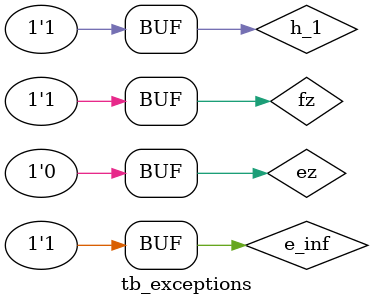
<source format=sv>

module tb_exceptions;
  reg e_inf;
  reg h_1;
  reg fz;
  reg ez;
  wire ZERO;
  wire INF;
  wire NAN;
  wire SNAN;

  exceptions uut (
    .e_inf(e_inf),
    .h_1(h_1),
    .fz(fz),
    .ez(ez),
    .ZERO(ZERO),
    .INF(INF),
    .NAN(NAN),
    .SNAN(SNAN)
  );

  initial begin
    e_inf = 0; h_1 = 0; fz = 0; ez = 0; #10; // Test case 1
    e_inf = 1; h_1 = 0; fz = 0; ez = 0; #10; // Test case 2
    e_inf = 0; h_1 = 1; fz = 0; ez = 0; #10; // Test case 3
    e_inf = 0; h_1 = 0; fz = 1; ez = 0; #10; // Test case 4
    e_inf = 0; h_1 = 0; fz = 0; ez = 1; #10; // Test case 5
    e_inf = 1; h_1 = 1; fz = 0; ez = 0; #10; // Test case 6
    e_inf = 1; h_1 = 0; fz = 1; ez = 1; #10; // Test case 7
    e_inf = 1; h_1 = 1; fz = 1; ez = 0; #10; // Test case 8
  end

  initial begin
    $monitor("Time = %0t | e_inf = %b, h_1 = %b, fz = %b, ez = %b | ZERO = %b, INF = %b, NAN = %b, SNAN = %b", 
             $time, e_inf, h_1, fz, ez, ZERO, INF, NAN, SNAN);
  end

endmodule


</source>
